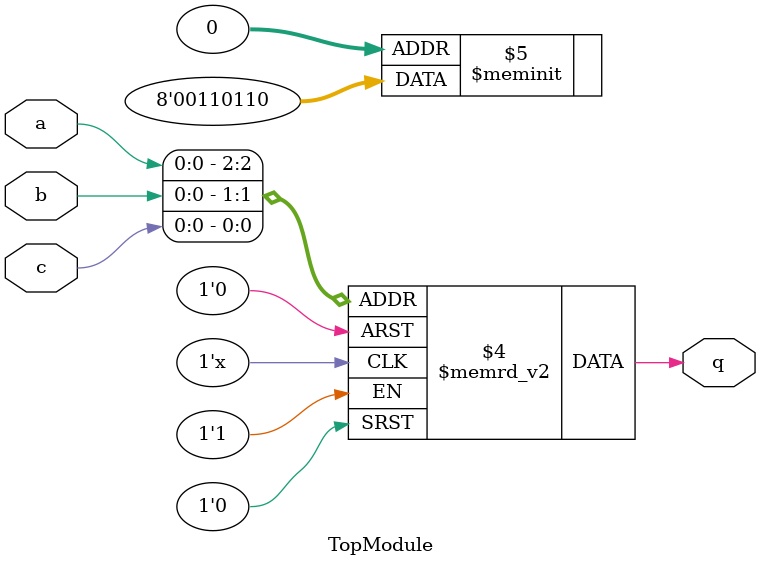
<source format=sv>
module TopModule (
    input logic a,
    input logic b,
    input logic c,
    output logic q
);

always @(*) begin
    case ({a, b, c})
        3'b000: q = 1'b0;
        3'b001: q = 1'b1;
        3'b010: q = 1'b1;
        3'b011: q = 1'b0;
        3'b100: q = 1'b1;
        3'b101: q = 1'b1;
        3'b110: q = 1'b0;
        3'b111: q = 1'b0;
        default: q = 1'b0;
    endcase
end

endmodule
</source>
